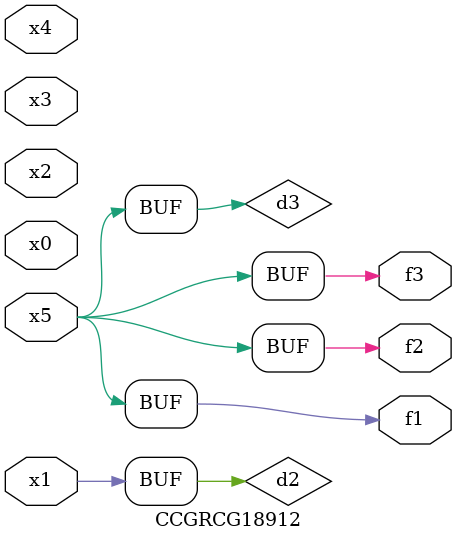
<source format=v>
module CCGRCG18912(
	input x0, x1, x2, x3, x4, x5,
	output f1, f2, f3
);

	wire d1, d2, d3;

	not (d1, x5);
	or (d2, x1);
	xnor (d3, d1);
	assign f1 = d3;
	assign f2 = d3;
	assign f3 = d3;
endmodule

</source>
